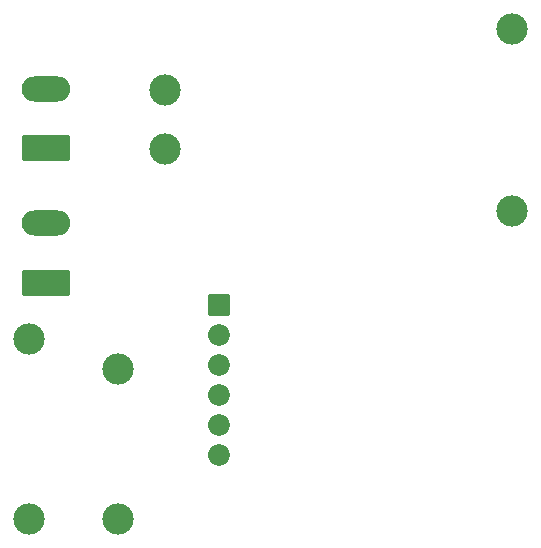
<source format=gbs>
G04 #@! TF.GenerationSoftware,KiCad,Pcbnew,6.0.7-f9a2dced07~116~ubuntu20.04.1*
G04 #@! TF.CreationDate,2022-09-27T22:41:57+02:00*
G04 #@! TF.ProjectId,AC Relay,41432052-656c-4617-992e-6b696361645f,rev?*
G04 #@! TF.SameCoordinates,Original*
G04 #@! TF.FileFunction,Soldermask,Bot*
G04 #@! TF.FilePolarity,Negative*
%FSLAX46Y46*%
G04 Gerber Fmt 4.6, Leading zero omitted, Abs format (unit mm)*
G04 Created by KiCad (PCBNEW 6.0.7-f9a2dced07~116~ubuntu20.04.1) date 2022-09-27 22:41:57*
%MOMM*%
%LPD*%
G01*
G04 APERTURE LIST*
G04 Aperture macros list*
%AMRoundRect*
0 Rectangle with rounded corners*
0 $1 Rounding radius*
0 $2 $3 $4 $5 $6 $7 $8 $9 X,Y pos of 4 corners*
0 Add a 4 corners polygon primitive as box body*
4,1,4,$2,$3,$4,$5,$6,$7,$8,$9,$2,$3,0*
0 Add four circle primitives for the rounded corners*
1,1,$1+$1,$2,$3*
1,1,$1+$1,$4,$5*
1,1,$1+$1,$6,$7*
1,1,$1+$1,$8,$9*
0 Add four rect primitives between the rounded corners*
20,1,$1+$1,$2,$3,$4,$5,0*
20,1,$1+$1,$4,$5,$6,$7,0*
20,1,$1+$1,$6,$7,$8,$9,0*
20,1,$1+$1,$8,$9,$2,$3,0*%
G04 Aperture macros list end*
%ADD10C,2.650000*%
%ADD11RoundRect,0.075000X1.980000X-0.990000X1.980000X0.990000X-1.980000X0.990000X-1.980000X-0.990000X0*%
%ADD12O,4.110000X2.130000*%
%ADD13RoundRect,0.075000X-0.850000X-0.850000X0.850000X-0.850000X0.850000X0.850000X-0.850000X0.850000X0*%
%ADD14O,1.850000X1.850000*%
G04 APERTURE END LIST*
D10*
X85358000Y-55572000D03*
X85358000Y-60572000D03*
X114758000Y-50372000D03*
X114758000Y-65772000D03*
D11*
X75300000Y-60452000D03*
D12*
X75300000Y-55452000D03*
D11*
X75300000Y-71865000D03*
D12*
X75300000Y-66865000D03*
D13*
X89916000Y-73787000D03*
D14*
X89916000Y-76327000D03*
X89916000Y-78867000D03*
X89916000Y-81407000D03*
X89916000Y-83947000D03*
X89916000Y-86487000D03*
D10*
X81392500Y-91913000D03*
X73792500Y-91913000D03*
X73792500Y-76673000D03*
X81392500Y-79213000D03*
M02*

</source>
